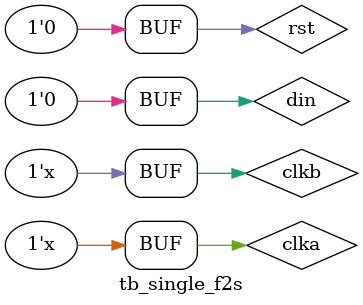
<source format=v>
/*~~~~~~~~~~~~~~~~~~~~~~~~~~~~~~~~~~~~~~~~~~~~~~~~~~~~~~~~~~~~~~~~~~~~~~~~~~~~~~~~~*/ 
/*~~~~~~~~~~~~~~~~~~~~~~~~~~~~~~~~~~~~~~~~~~~~~~~~~~~~~~~~~~~~~~~~~~~~~~~~~~~~~~~~~*/
/* Engineer    : Lqc                                                         
/* File        : tb_single_f2s.v                                                         
/* Create      : 2022-08-29 22:22:50
/* Revise      : 2022-08-29 22:22:50                                                  
/* Module Name : tb_single_f2s                                                 
/* Description : 结绳法仿真模块                                                                         
/* Editor : sublime text3, tab size (4)                                                                                
/*~~~~~~~~~~~~~~~~~~~~~~~~~~~~~~~~~~~~~~~~~~~~~~~~~~~~~~~~~~~~~~~~~~~~~~~~~~~~~~~~~*/
/*~~~~~~~~~~~~~~~~~~~~~~~~~~~~~~~~~~~~~~~~~~~~~~~~~~~~~~~~~~~~~~~~~~~~~~~~~~~~~~~~~*/

module tb_single_f2s();

reg          clka;
reg          clkb;
reg          rst;
reg          din;
wire         dout;

initial begin
	clka = 'd0;
	clkb = 'd0;
	rst  <= 'd1;
	din  <= 'd0;
	#20
	rst  <= 'd0;
	#15
	din  <= 'd1;
	#10
	din  <= 'd0;
	#100
	din  <= 'd1;
	#10
	din  <= 'd0;	
end

always #5    clka = ~clka;
always #10   clkb = ~clkb;

single_f2s inst_single_f2s (
	.clka(clka), 
	.clkb(clkb), 
	.rst(rst), 
	.din(din), 
	.dout(dout)
);

endmodule
</source>
